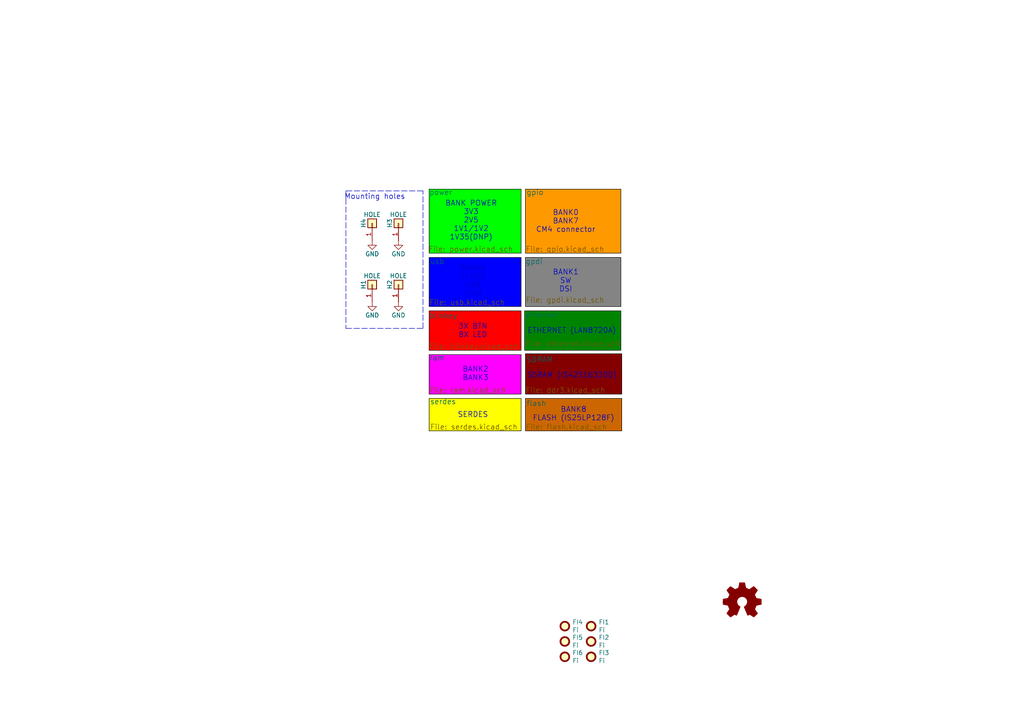
<source format=kicad_sch>
(kicad_sch (version 20231120) (generator "eeschema") (generator_version "8.0")
  (paper "A4")
  (title_block (title "ULX4M-LS") (date "2024-08-20") (rev "0.0.4") (company "Intergalaktik d.o.o.") (comment 1 "Root sheet") (comment 2 "License: CERN-OHL-S v2"))
  (lib_symbols
    (symbol "Connector_Generic:Conn_01x01" (pin_names (offset 1.016) hide)
      (property "Reference" "J" (at 0 2.54 0))
      (property "Value" "Conn_01x01" (at 0 -2.54 0))
      (symbol "Conn_01x01_1_1"
        (rectangle (start -1.27 0.127) (end 0 -0.127) (stroke (width 0.1524)))
        (rectangle (start -1.27 1.27) (end 1.27 -1.27) (stroke (width 0.254)) (fill (type background)))
        (pin passive line (at -5.08 0 0) (length 3.81) (name "Pin_1") (number "1"))
      )
    )
    (symbol "Graphic:Logo_Open_Hardware_Small" (in_bom no) (on_board no)
      (symbol "Logo_Open_Hardware_Small_0_1"
        (polyline (pts (xy 3.3528 -4.3434) (xy 3.302 -4.318) (xy 3.175 -4.2418) (xy 2.9972 -4.1148) (xy 2.7686 -3.9624) (xy 2.54 -3.81) (xy 2.3622 -3.7084) (xy 2.2352 -3.6068) (xy 2.1844 -3.5814) (xy 2.159 -3.6068) (xy 2.0574 -3.6576) (xy 1.905 -3.7338) (xy 1.8034 -3.7846) (xy 1.6764 -3.8354) (xy 1.6002 -3.8354) (xy 1.6002 -3.8354) (xy 1.5494 -3.7338) (xy 1.4732 -3.5306) (xy 1.3462 -3.302) (xy 1.2446 -3.0226) (xy 1.1176 -2.7178) (xy 0.9652 -2.413) (xy 0.8636 -2.1082) (xy 0.7366 -1.8288) (xy 0.6604 -1.6256) (xy 0.6096 -1.4732) (xy 0.5842 -1.397) (xy 0.5842 -1.397) (xy 0.6604 -1.3208) (xy 0.7874 -1.2446) (xy 1.0414 -1.016) (xy 1.2954 -0.6858) (xy 1.4478 -0.3302) (xy 1.524 0.0762) (xy 1.4732 0.4572) (xy 1.3208 0.8128) (xy 1.0668 1.143) (xy 0.762 1.3716) (xy 0.4064 1.524) (xy 0 1.5748) (xy -0.381 1.5494) (xy -0.7366 1.397) (xy -1.0668 1.143) (xy -1.2192 0.9906) (xy -1.397 0.6604) (xy -1.524 0.3048) (xy -1.524 0.2286) (xy -1.4986 -0.1778) (xy -1.397 -0.5334) (xy -1.1938 -0.8636) (xy -0.9144 -1.143) (xy -0.8636 -1.1684) (xy -0.7366 -1.27) (xy -0.635 -1.3462) (xy -0.5842 -1.397) (xy -1.0668 -2.5908) (xy -1.143 -2.794) (xy -1.2954 -3.1242) (xy -1.397 -3.4036) (xy -1.4986 -3.6322) (xy -1.5748 -3.7846) (xy -1.6002 -3.8354) (xy -1.6002 -3.8354) (xy -1.651 -3.8354) (xy -1.7272 -3.81) (xy -1.905 -3.7338) (xy -2.0066 -3.683) (xy -2.1336 -3.6068) (xy -2.2098 -3.5814) (xy -2.2606 -3.6068) (xy -2.3622 -3.683) (xy -2.54 -3.81) (xy -2.7686 -3.9624) (xy -2.9718 -4.0894) (xy -3.1496 -4.2164) (xy -3.302 -4.318) (xy -3.3528 -4.3434) (xy -3.3782 -4.3434) (xy -3.429 -4.318) (xy -3.5306 -4.2164) (xy -3.7084 -4.064) (xy -3.937 -3.8354) (xy -3.9624 -3.81) (xy -4.1656 -3.6068) (xy -4.318 -3.4544) (xy -4.4196 -3.3274) (xy -4.445 -3.2766) (xy -4.445 -3.2766) (xy -4.4196 -3.2258) (xy -4.318 -3.0734) (xy -4.2164 -2.8956) (xy -4.064 -2.667) (xy -3.6576 -2.0828) (xy -3.8862 -1.5494) (xy -3.937 -1.3716) (xy -4.0386 -1.1684) (xy -4.0894 -1.0414) (xy -4.1148 -0.9652) (xy -4.191 -0.9398) (xy -4.318 -0.9144) (xy -4.5466 -0.8636) (xy -4.8006 -0.8128) (xy -5.0546 -0.7874) (xy -5.2578 -0.7366) (xy -5.4356 -0.7112) (xy -5.5118 -0.6858) (xy -5.5118 -0.6858) (xy -5.5372 -0.635) (xy -5.5372 -0.5588) (xy -5.5372 -0.4318) (xy -5.5626 -0.2286) (xy -5.5626 0.0762) (xy -5.5626 0.127) (xy -5.5372 0.4064) (xy -5.5372 0.635) (xy -5.5372 0.762) (xy -5.5372 0.8382) (xy -5.5372 0.8382) (xy -5.461 0.8382) (xy -5.3086 0.889) (xy -5.08 0.9144) (xy -4.826 0.9652) (xy -4.8006 0.9906) (xy -4.5466 1.0414) (xy -4.318 1.0668) (xy -4.1656 1.1176) (xy -4.0894 1.143) (xy -4.0894 1.143) (xy -4.0386 1.2446) (xy -3.9624 1.4224) (xy -3.8608 1.6256) (xy -3.7846 1.8288) (xy -3.7084 2.0066) (xy -3.6576 2.159) (xy -3.6322 2.2098) (xy -3.6322 2.2098) (xy -3.683 2.286) (xy -3.7592 2.413) (xy -3.8862 2.5908) (xy -4.064 2.8194) (xy -4.064 2.8448) (xy -4.2164 3.0734) (xy -4.3434 3.2512) (xy -4.4196 3.3782) (xy -4.445 3.4544) (xy -4.445 3.4544) (xy -4.3942 3.5052) (xy -4.2926 3.6322) (xy -4.1148 3.81) (xy -3.937 4.0132) (xy -3.8608 4.064) (xy -3.6576 4.2926) (xy -3.5052 4.4196) (xy -3.4036 4.4958) (xy -3.3528 4.5212) (xy -3.3528 4.5212) (xy -3.302 4.4704) (xy -3.1496 4.3688) (xy -2.9718 4.2418) (xy -2.7432 4.0894) (xy -2.7178 4.0894) (xy -2.4892 3.937) (xy -2.3114 3.81) (xy -2.1844 3.7084) (xy -2.1336 3.683) (xy -2.1082 3.683) (xy -2.032 3.7084) (xy -1.8542 3.7592) (xy -1.6764 3.8354) (xy -1.4732 3.937) (xy -1.27 4.0132) (xy -1.143 4.064) (xy -1.0668 4.1148) (xy -1.0668 4.1148) (xy -1.0414 4.191) (xy -1.016 4.3434) (xy -0.9652 4.572) (xy -0.9144 4.8514) (xy -0.889 4.9022) (xy -0.8382 5.1562) (xy -0.8128 5.3848) (xy -0.7874 5.5372) (xy -0.762 5.588) (xy -0.7112 5.6134) (xy -0.5842 5.6134) (xy -0.4064 5.6134) (xy -0.1524 5.6134) (xy 0.0762 5.6134) (xy 0.3302 5.6134) (xy 0.5334 5.6134) (xy 0.6858 5.588) (xy 0.7366 5.588) (xy 0.7366 5.588) (xy 0.762 5.5118) (xy 0.8128 5.334) (xy 0.8382 5.1054) (xy 0.9144 4.826) (xy 0.9144 4.7752) (xy 0.9652 4.5212) (xy 1.016 4.2926) (xy 1.0414 4.1402) (xy 1.0668 4.0894) (xy 1.0668 4.0894) (xy 1.1938 4.0386) (xy 1.3716 3.9624) (xy 1.5748 3.8608) (xy 2.0828 3.6576) (xy 2.7178 4.0894) (xy 2.7686 4.1402) (xy 2.9972 4.2926) (xy 3.175 4.4196) (xy 3.302 4.4958) (xy 3.3782 4.5212) (xy 3.3782 4.5212) (xy 3.429 4.4704) (xy 3.556 4.3434) (xy 3.7338 4.191) (xy 3.9116 3.9878) (xy 4.064 3.8354) (xy 4.2418 3.6576) (xy 4.3434 3.556) (xy 4.4196 3.4798) (xy 4.4196 3.429) (xy 4.4196 3.4036) (xy 4.3942 3.3274) (xy 4.2926 3.2004) (xy 4.1656 2.9972) (xy 4.0132 2.794) (xy 3.8862 2.5908) (xy 3.7592 2.3876) (xy 3.6576 2.2352) (xy 3.6322 2.159) (xy 3.6322 2.1336) (xy 3.683 2.0066) (xy 3.7592 1.8288) (xy 3.8608 1.6002) (xy 4.064 1.1176) (xy 4.3942 1.0414) (xy 4.5974 1.016) (xy 4.8768 0.9652) (xy 5.1308 0.9144) (xy 5.5372 0.8382) (xy 5.5626 -0.6604) (xy 5.4864 -0.6858) (xy 5.4356 -0.6858) (xy 5.2832 -0.7366) (xy 5.0546 -0.762) (xy 4.8006 -0.8128) (xy 4.5974 -0.8636) (xy 4.3688 -0.9144) (xy 4.2164 -0.9398) (xy 4.1402 -0.9398) (xy 4.1148 -0.9652) (xy 4.064 -1.0668) (xy 3.9878 -1.2446) (xy 3.9116 -1.4478) (xy 3.81 -1.651) (xy 3.7338 -1.8542) (xy 3.683 -2.0066) (xy 3.6576 -2.0828) (xy 3.683 -2.1336) (xy 3.7846 -2.2606) (xy 3.8862 -2.4638) (xy 4.0386 -2.667) (xy 4.191 -2.8956) (xy 4.318 -3.0734) (xy 4.3942 -3.2004) (xy 4.445 -3.2766) (xy 4.4196 -3.3274) (xy 4.3434 -3.429) (xy 4.1656 -3.5814) (xy 3.937 -3.8354) (xy 3.8862 -3.8608) (xy 3.683 -4.064) (xy 3.5306 -4.2164) (xy 3.4036 -4.318) (xy 3.3528 -4.3434)) (fill (type outline)))
      )
    )
    (symbol "Mechanical:Fiducial" (exclude_from_sim yes) (in_bom no)
      (property "Reference" "FID" (at 0 5.08 0))
      (property "Value" "Fiducial" (at 0 3.175 0))
      (symbol "Fiducial_0_1"
        (circle (center 0 0) (radius 1.27) (stroke (width 0.508)) (fill (type background)))
      )
    )
    (symbol "ulx4m-rescue:GND-power" (power) (pin_names (offset 0))
      (property "Value" "power_GND" (at 0 -3.81 0))
      (symbol "GND-power_0_1"
        (polyline (pts (xy 0 0) (xy 0 -1.27) (xy 1.27 -1.27) (xy 0 -2.54) (xy -1.27 -1.27) (xy 0 -1.27)))
      )
      (symbol "GND-power_1_1"
        (pin power_in line (at 0 0 270) (length 0) hide (name "GND") (number "1"))
      )
    )
  )
  (polyline (pts (xy 122.682 95.25) (xy 122.682 55.372)) (stroke (width 0) (type dash)))
  (polyline (pts (xy 122.682 55.372) (xy 100.33 55.372)) (stroke (width 0) (type dash)))
  (polyline (pts (xy 100.33 95.25) (xy 122.682 95.25)) (stroke (width 0) (type dash)))
  (polyline (pts (xy 100.33 55.372) (xy 100.33 95.25)) (stroke (width 0) (type dash)))
  (text "SDRAM (IS42S16320D)" (at 165.862 108.966 0) (effects (font (size 1.524 1.524))))
  (text "BANK1\nSW\nDSI" (at 164.084 81.534 0) (effects (font (size 1.524 1.524))))
  (text "3X BTN\n8X LED" (at 137.16 96.012 0) (effects (font (size 1.524 1.524))))
  (text "BANK8\nFLASH (IS25LP128F)" (at 166.37 120.142 0) (effects (font (size 1.524 1.524))))
  (text "BANK POWER\n3V3\n2V5\n1V1/1V2\n1V35(DNP)" (at 136.652 64.008 0) (effects (font (size 1.524 1.524))))
  (text "ETHERNET (LAN8720A)" (at 165.862 96.012 0) (effects (font (size 1.524 1.524))))
  (text "BANK6\nCLK25\nUSB\nJTAG" (at 137.16 81.534 0) (effects (font (size 1.524 1.524))))
  (text "BANK0\nBANK7\nCM4 connector" (at 164.084 64.262 0) (effects (font (size 1.524 1.524))))
  (text "Mounting holes" (at 108.712 57.15 0) (effects (font (size 1.524 1.524))))
  (text "SERDES" (at 137.16 120.396 0) (effects (font (size 1.524 1.524))))
  (text "BANK2\nBANK3" (at 137.922 108.458 0) (effects (font (size 1.524 1.524))))
  (symbol (lib_id "Connector_Generic:Conn_01x01") (at 107.95 82.55 90) (unit 1)
    (property "Reference" "H1" (at 105.41 82.55 0))
    (property "Value" "HOLE" (at 107.95 80.01 90))
    (property "Footprint" "Mounting_Holes:MountingHole_3.2mm_M3_ISO14580_Pad" (effects (hide yes)))
  )
  (symbol (lib_id "Connector_Generic:Conn_01x01") (at 115.57 82.55 90) (unit 1)
    (property "Reference" "H2" (at 113.03 82.55 0))
    (property "Value" "HOLE" (at 115.57 80.01 90))
    (property "Footprint" "Mounting_Holes:MountingHole_3.2mm_M3_ISO14580_Pad" (effects (hide yes)))
  )
  (symbol (lib_id "Connector_Generic:Conn_01x01") (at 115.57 64.77 90) (unit 1)
    (property "Reference" "H3" (at 113.03 64.77 0))
    (property "Value" "HOLE" (at 115.57 62.23 90))
    (property "Footprint" "Mounting_Holes:MountingHole_3.2mm_M3_ISO14580_Pad" (effects (hide yes)))
  )
  (symbol (lib_id "Connector_Generic:Conn_01x01") (at 107.95 64.77 90) (unit 1)
    (property "Reference" "H4" (at 105.41 64.77 0))
    (property "Value" "HOLE" (at 107.95 62.23 90))
    (property "Footprint" "Mounting_Holes:MountingHole_3.2mm_M3_ISO14580_Pad" (effects (hide yes)))
    (property "Note" "Leave empty" (effects (hide yes)))
  )
  (symbol (lib_id "ulx4m-rescue:GND-power") (at 107.95 87.63 0) (unit 1)
    (property "Reference" "#PWR02" (effects (hide yes)))
    (property "Value" "GND" (at 107.95 91.44 0))
  )
  (symbol (lib_id "ulx4m-rescue:GND-power") (at 115.57 87.63 0) (unit 1)
    (property "Reference" "#PWR04" (effects (hide yes)))
    (property "Value" "GND" (at 115.57 91.44 0))
  )
  (symbol (lib_id "ulx4m-rescue:GND-power") (at 115.57 69.85 0) (unit 1)
    (property "Reference" "#PWR03" (effects (hide yes)))
    (property "Value" "GND" (at 115.57 73.66 0))
  )
  (symbol (lib_id "ulx4m-rescue:GND-power") (at 107.95 69.85 0) (unit 1)
    (property "Reference" "#PWR01" (effects (hide yes)))
    (property "Value" "GND" (at 107.95 73.66 0))
  )
  (symbol (lib_id "Graphic:Logo_Open_Hardware_Small") (at 215.265 174.625 0) (unit 1)
    (property "Reference" "#LOGO1" (effects (hide yes)))
    (property "Value" "Logo_Open_Hardware_Small" (effects (hide yes)))
  )
  (symbol (lib_id "Mechanical:Fiducial") (at 171.45 181.61 0) (unit 1)
    (property "Reference" "FI1" (at 173.609 180.4416 0) (effects (justify left)))
    (property "Value" "Fi" (at 173.609 182.753 0) (effects (justify left)))
    (property "Footprint" "Fiducial:Fiducial_0.5mm_Mask1mm" (effects (hide yes)))
  )
  (symbol (lib_id "Mechanical:Fiducial") (at 171.45 186.055 0) (unit 1)
    (property "Reference" "FI2" (at 173.609 184.8866 0) (effects (justify left)))
    (property "Value" "Fi" (at 173.609 187.198 0) (effects (justify left)))
    (property "Footprint" "Fiducial:Fiducial_0.5mm_Mask1mm" (effects (hide yes)))
  )
  (symbol (lib_id "Mechanical:Fiducial") (at 171.45 190.5 0) (unit 1)
    (property "Reference" "FI3" (at 173.609 189.3316 0) (effects (justify left)))
    (property "Value" "Fi" (at 173.609 191.643 0) (effects (justify left)))
    (property "Footprint" "Fiducial:Fiducial_0.5mm_Mask1mm" (effects (hide yes)))
  )
  (symbol (lib_id "Mechanical:Fiducial") (at 163.83 181.61 0) (unit 1)
    (property "Reference" "FI4" (at 165.989 180.4416 0) (effects (justify left)))
    (property "Value" "Fi" (at 165.989 182.753 0) (effects (justify left)))
    (property "Footprint" "Fiducial:Fiducial_0.5mm_Mask1mm" (effects (hide yes)))
  )
  (symbol (lib_id "Mechanical:Fiducial") (at 163.83 186.055 0) (unit 1)
    (property "Reference" "FI5" (at 165.989 184.8866 0) (effects (justify left)))
    (property "Value" "Fi" (at 165.989 187.198 0) (effects (justify left)))
    (property "Footprint" "Fiducial:Fiducial_0.5mm_Mask1mm" (effects (hide yes)))
  )
  (symbol (lib_id "Mechanical:Fiducial") (at 163.83 190.5 0) (unit 1)
    (property "Reference" "FI6" (at 165.989 189.3316 0) (effects (justify left)))
    (property "Value" "Fi" (at 165.989 191.643 0) (effects (justify left)))
    (property "Footprint" "Fiducial:Fiducial_0.5mm_Mask1mm" (effects (hide yes)))
  )
  (sheet (at 152.4 54.864) (size 27.686 18.542) (stroke (width 0) (color 0 0 0 1)) (fill (color 255 153 0 1.0000))
    (property "Sheetname" "gpio" (at 152.654 56.642 0) (effects (font (size 1.524 1.524)) (justify left bottom)))
    (property "Sheetfile" "gpio.kicad_sch" (at 152.4 71.374 0) (effects (font (size 1.524 1.524)) (justify left top)))
  )
  (sheet (at 124.46 54.864) (size 26.67 18.542) (stroke (width 0) (color 0 0 0 1)) (fill (color 0 255 0 1.0000))
    (property "Sheetname" "power" (at 124.46 56.642 0) (effects (font (size 1.524 1.524)) (justify left bottom)))
    (property "Sheetfile" "power.kicad_sch" (at 124.206 71.374 0) (effects (font (size 1.524 1.524)) (justify left top)))
  )
  (sheet (at 124.46 90.17) (size 26.67 11.43) (stroke (width 0) (color 0 0 0 1)) (fill (color 255 0 0 1.0000))
    (property "Sheetname" "blinkey" (at 124.46 92.456 0) (effects (font (size 1.524 1.524)) (justify left bottom)))
    (property "Sheetfile" "blinkey.kicad_sch" (at 124.46 99.568 0) (effects (font (size 1.524 1.524)) (justify left top)))
  )
  (sheet (at 152.4 74.676) (size 27.686 14.224) (stroke (width 0) (color 0 0 0 1)) (fill (color 132 132 132 1.0000))
    (property "Sheetname" "gpdi" (at 152.4 76.708 0) (effects (font (size 1.524 1.524)) (justify left bottom)))
    (property "Sheetfile" "gpdi.kicad_sch" (at 152.4 86.106 0) (effects (font (size 1.524 1.524)) (justify left top)))
  )
  (sheet (at 124.46 74.676) (size 26.67 14.224) (stroke (width 0) (color 0 0 0 1)) (fill (color 0 0 255 1.0000))
    (property "Sheetname" "usb" (at 124.714 76.708 0) (effects (font (size 1.524 1.524)) (justify left bottom)))
    (property "Sheetfile" "usb.kicad_sch" (at 124.46 86.7922 0) (effects (font (size 1.524 1.524)) (justify left top)))
  )
  (sheet (at 124.46 102.87) (size 26.67 11.43) (stroke (width 0) (color 0 0 0 1)) (fill (color 255 0 255 1.0000))
    (property "Sheetname" "ram" (at 124.46 104.648 0) (effects (font (size 1.524 1.524)) (justify left bottom)))
    (property "Sheetfile" "ram.kicad_sch" (at 124.46 112.268 0) (effects (font (size 1.524 1.524)) (justify left top)))
  )
  (sheet (at 152.4 115.57) (size 27.94 9.398) (stroke (width 0) (color 0 0 0 1)) (fill (color 204 102 0 1.0000))
    (property "Sheetname" "flash" (at 152.654 117.856 0) (effects (font (size 1.524 1.524)) (justify left bottom)))
    (property "Sheetfile" "flash.kicad_sch" (at 152.4 122.936 0) (effects (font (size 1.524 1.524)) (justify left top)))
  )
  (sheet (at 124.46 115.57) (size 26.67 9.398) (stroke (width 0) (color 0 0 0 1)) (fill (color 255 255 0 1.0000))
    (property "Sheetname" "serdes" (at 124.714 117.348 0) (effects (font (size 1.524 1.524)) (justify left bottom)))
    (property "Sheetfile" "serdes.kicad_sch" (at 124.714 122.936 0) (effects (font (size 1.524 1.524)) (justify left top)))
  )
  (sheet (at 152.4 102.616) (size 27.94 11.684) (stroke (width 0) (color 0 0 0 1)) (fill (color 132 0 0 1.0000))
    (property "Sheetname" "SDRAM" (at 152.654 105.156 0) (effects (font (size 1.524 1.524)) (justify left bottom)))
    (property "Sheetfile" "ddr3.kicad_sch" (at 152.4 112.268 0) (effects (font (size 1.524 1.524)) (justify left top)))
  )
  (sheet (at 152.146 90.17) (size 27.94 11.43) (stroke (width 0) (color 0 0 0 1)) (fill (color 0 132 0 1.0000))
    (property "Sheetname" "ethernet" (at 152.4 92.202 0) (effects (font (size 1.524 1.524)) (justify left bottom)))
    (property "Sheetfile" "ethernet.kicad_sch" (at 152.4 98.806 0) (effects (font (size 1.524 1.524)) (justify left top)))
  )
)
</source>
